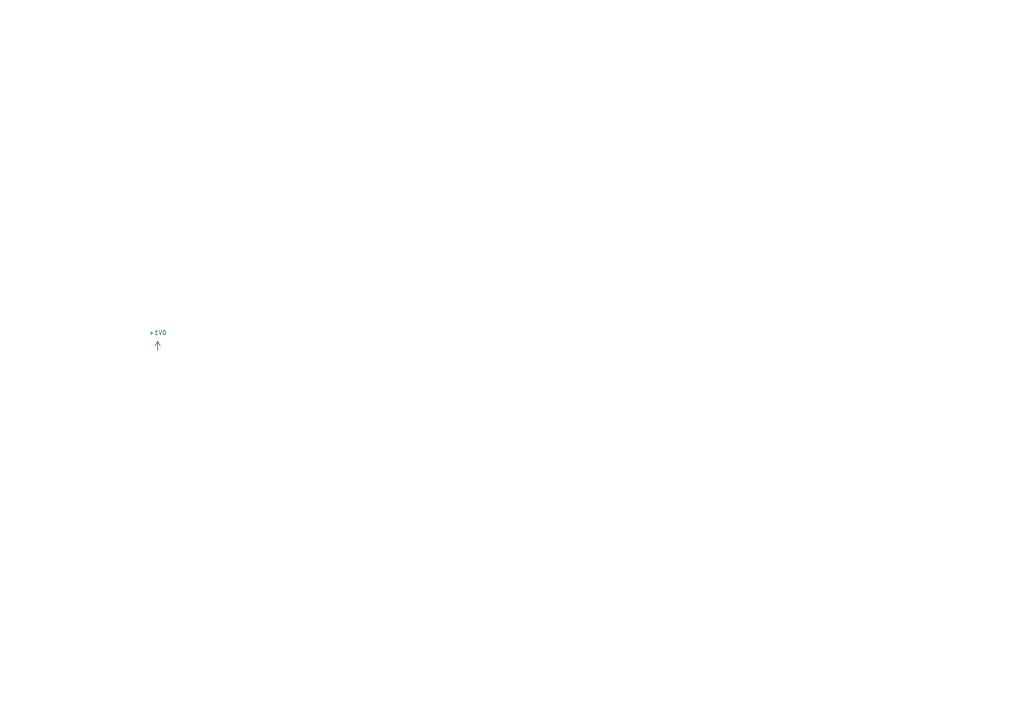
<source format=kicad_sch>
(kicad_sch (version 20250114) (generator "eeschema") (generator_version "9.0")
  (paper "A4")
  (lib_symbols
    (symbol "power:+1V0" (power) (pin_numbers (hide yes)) (pin_names (offset 0) (hide yes))
      (property "Value" "+1V0" (at 0 3.556 0))
      (symbol "+1V0_0_1"
        (polyline (pts (xy -0.762 1.27) (xy 0 2.54)))
        (polyline (pts (xy 0 2.54) (xy 0.762 1.27)))
        (polyline (pts (xy 0 0) (xy 0 2.54)))
      )
      (symbol "+1V0_1_1"
        (pin power_in line (at 0 0 90) (length 0) (name "~") (number "1"))
      )
    )
  )
  (symbol (lib_id "power:+1V0") (at 45.72 101.6 0) (unit 1)
    (property "Reference" "#PWR01" (effects (hide yes)))
    (property "Value" "+1V0" (at 45.72 96.52 0))
    (property "Description" "Power symbol creates a global label with name \"+1V0\"" (effects (hide yes)))
  )
)
</source>
